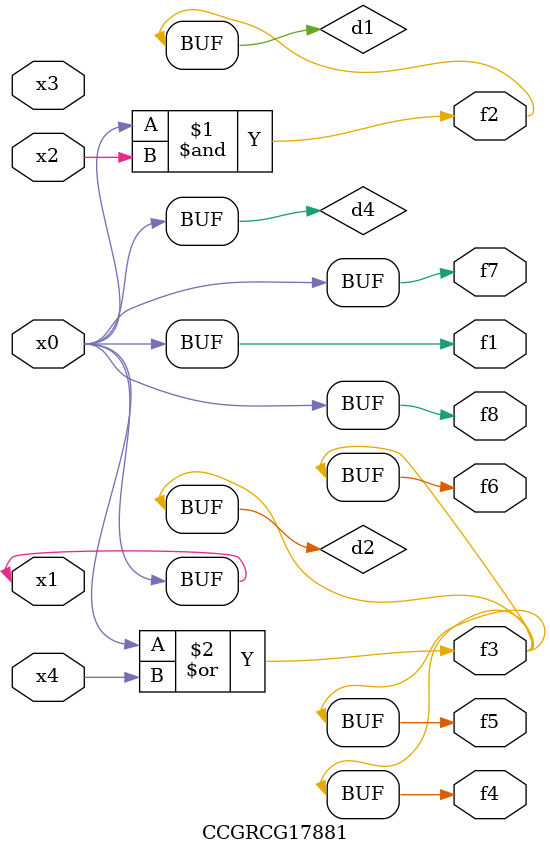
<source format=v>
module CCGRCG17881(
	input x0, x1, x2, x3, x4,
	output f1, f2, f3, f4, f5, f6, f7, f8
);

	wire d1, d2, d3, d4;

	and (d1, x0, x2);
	or (d2, x0, x4);
	nand (d3, x0, x2);
	buf (d4, x0, x1);
	assign f1 = d4;
	assign f2 = d1;
	assign f3 = d2;
	assign f4 = d2;
	assign f5 = d2;
	assign f6 = d2;
	assign f7 = d4;
	assign f8 = d4;
endmodule

</source>
